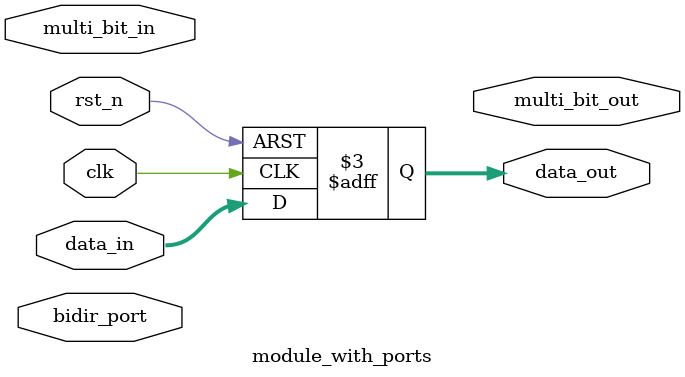
<source format=sv>
module module_with_ports(
    input logic clk,
    input logic rst_n,
    input logic [7:0] data_in,
    output logic [7:0] data_out,
    inout logic bidir_port,
    output logic [3:0] multi_bit_out,
    input logic [3:0] multi_bit_in
);

    // Define your logic here
    // Example:
    always_ff @(posedge clk or negedge rst_n)
    begin
        if (!rst_n)
            data_out <= 8'h00;
        else
            data_out <= data_in;
    end

endmodule

</source>
